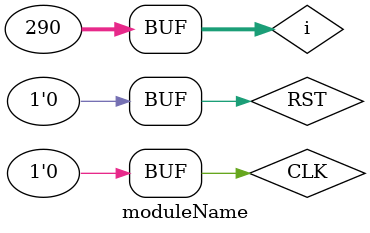
<source format=v>
module moduleName ();

reg CLK;
wire [31:0] OUT;
reg RST;
integer i;
SingleCpu SingleCpu1 (.CLK(CLK), .RST(RST), .OUT(OUT));

initial begin
    RST = 1;
    CLK = 0;
    #5;
    CLK = 1;
    #5
    RST = 0;
    CLK = 0;
    #5
    for(i=0; i<290; i=i+1) begin
        CLK = 1;
        #5
        CLK = 0;
        #5;
    end


end


// always begin
//     #6 CLK=0;
//     #4 CLK=1;
// end

    
endmodule
</source>
